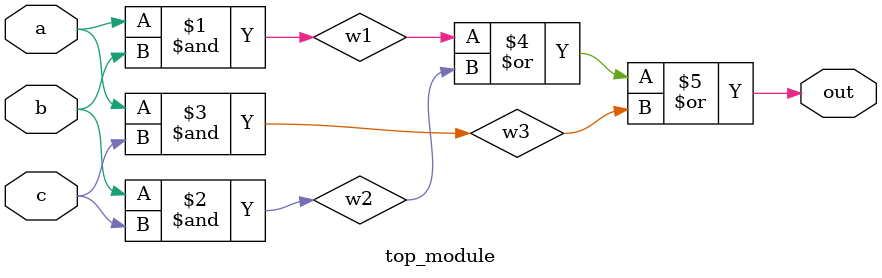
<source format=sv>
module top_module(
	input a, 
	input b,
	input c,
	output out
);

wire w1, w2, w3;
and gate1(w1, a, b);
and gate2(w2, b, c);
and gate3(w3, a, c);
or gate4(out, w1, w2, w3);

endmodule

</source>
